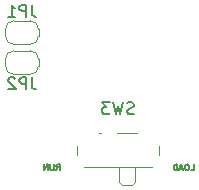
<source format=gbr>
%TF.GenerationSoftware,KiCad,Pcbnew,(5.1.7)-1*%
%TF.CreationDate,2020-10-27T00:37:30-04:00*%
%TF.ProjectId,esp8285bee,65737038-3238-4356-9265-652e6b696361,rev?*%
%TF.SameCoordinates,Original*%
%TF.FileFunction,Legend,Bot*%
%TF.FilePolarity,Positive*%
%FSLAX46Y46*%
G04 Gerber Fmt 4.6, Leading zero omitted, Abs format (unit mm)*
G04 Created by KiCad (PCBNEW (5.1.7)-1) date 2020-10-27 00:37:30*
%MOMM*%
%LPD*%
G01*
G04 APERTURE LIST*
%ADD10C,0.127000*%
%ADD11C,0.120000*%
%ADD12C,0.150000*%
G04 APERTURE END LIST*
D10*
X96386952Y-86589809D02*
X96556285Y-86347904D01*
X96677238Y-86589809D02*
X96677238Y-86081809D01*
X96483714Y-86081809D01*
X96435333Y-86106000D01*
X96411142Y-86130190D01*
X96386952Y-86178571D01*
X96386952Y-86251142D01*
X96411142Y-86299523D01*
X96435333Y-86323714D01*
X96483714Y-86347904D01*
X96677238Y-86347904D01*
X96169238Y-86081809D02*
X96169238Y-86493047D01*
X96145047Y-86541428D01*
X96120857Y-86565619D01*
X96072476Y-86589809D01*
X95975714Y-86589809D01*
X95927333Y-86565619D01*
X95903142Y-86541428D01*
X95878952Y-86493047D01*
X95878952Y-86081809D01*
X95637047Y-86589809D02*
X95637047Y-86081809D01*
X95346761Y-86589809D01*
X95346761Y-86081809D01*
X107768571Y-86589809D02*
X108010476Y-86589809D01*
X108010476Y-86081809D01*
X107502476Y-86081809D02*
X107405714Y-86081809D01*
X107357333Y-86106000D01*
X107308952Y-86154380D01*
X107284761Y-86251142D01*
X107284761Y-86420476D01*
X107308952Y-86517238D01*
X107357333Y-86565619D01*
X107405714Y-86589809D01*
X107502476Y-86589809D01*
X107550857Y-86565619D01*
X107599238Y-86517238D01*
X107623428Y-86420476D01*
X107623428Y-86251142D01*
X107599238Y-86154380D01*
X107550857Y-86106000D01*
X107502476Y-86081809D01*
X107091238Y-86444666D02*
X106849333Y-86444666D01*
X107139619Y-86589809D02*
X106970285Y-86081809D01*
X106800952Y-86589809D01*
X106631619Y-86589809D02*
X106631619Y-86081809D01*
X106510666Y-86081809D01*
X106438095Y-86106000D01*
X106389714Y-86154380D01*
X106365523Y-86202761D01*
X106341333Y-86299523D01*
X106341333Y-86372095D01*
X106365523Y-86468857D01*
X106389714Y-86517238D01*
X106438095Y-86565619D01*
X106510666Y-86589809D01*
X106631619Y-86589809D01*
D11*
%TO.C,JP1*%
X94872000Y-74630000D02*
G75*
G03*
X94172000Y-73930000I-700000J0D01*
G01*
X94172000Y-75930000D02*
G75*
G03*
X94872000Y-75230000I0J700000D01*
G01*
X92072000Y-75230000D02*
G75*
G03*
X92772000Y-75930000I700000J0D01*
G01*
X92772000Y-73930000D02*
G75*
G03*
X92072000Y-74630000I0J-700000D01*
G01*
X94872000Y-75230000D02*
X94872000Y-74630000D01*
X92772000Y-75930000D02*
X94172000Y-75930000D01*
X92072000Y-74630000D02*
X92072000Y-75230000D01*
X94172000Y-73930000D02*
X92772000Y-73930000D01*
%TO.C,JP2*%
X92772000Y-78470000D02*
X94172000Y-78470000D01*
X94872000Y-77770000D02*
X94872000Y-77170000D01*
X94172000Y-76470000D02*
X92772000Y-76470000D01*
X92072000Y-77170000D02*
X92072000Y-77770000D01*
X94172000Y-78470000D02*
G75*
G03*
X94872000Y-77770000I0J700000D01*
G01*
X94872000Y-77170000D02*
G75*
G03*
X94172000Y-76470000I-700000J0D01*
G01*
X92772000Y-76470000D02*
G75*
G03*
X92072000Y-77170000I0J-700000D01*
G01*
X92072000Y-77770000D02*
G75*
G03*
X92772000Y-78470000I700000J0D01*
G01*
%TO.C,SW3*%
X98150000Y-85302000D02*
X98150000Y-84512000D01*
X105050000Y-84512000D02*
X105050000Y-85302000D01*
X103200000Y-83462000D02*
X101500000Y-83462000D01*
X104450000Y-86312000D02*
X98750000Y-86312000D01*
X101700000Y-87602000D02*
X101700000Y-86312000D01*
X102800000Y-87812000D02*
X101900000Y-87812000D01*
X103000000Y-86312000D02*
X103000000Y-87602000D01*
X101700000Y-87602000D02*
X101900000Y-87812000D01*
X103000000Y-87602000D02*
X102800000Y-87812000D01*
X100200000Y-83462000D02*
X100000000Y-83462000D01*
%TO.C,JP1*%
D12*
X94305333Y-72582380D02*
X94305333Y-73296666D01*
X94352952Y-73439523D01*
X94448190Y-73534761D01*
X94591047Y-73582380D01*
X94686285Y-73582380D01*
X93829142Y-73582380D02*
X93829142Y-72582380D01*
X93448190Y-72582380D01*
X93352952Y-72630000D01*
X93305333Y-72677619D01*
X93257714Y-72772857D01*
X93257714Y-72915714D01*
X93305333Y-73010952D01*
X93352952Y-73058571D01*
X93448190Y-73106190D01*
X93829142Y-73106190D01*
X92305333Y-73582380D02*
X92876761Y-73582380D01*
X92591047Y-73582380D02*
X92591047Y-72582380D01*
X92686285Y-72725238D01*
X92781523Y-72820476D01*
X92876761Y-72868095D01*
%TO.C,JP2*%
X94305333Y-78722380D02*
X94305333Y-79436666D01*
X94352952Y-79579523D01*
X94448190Y-79674761D01*
X94591047Y-79722380D01*
X94686285Y-79722380D01*
X93829142Y-79722380D02*
X93829142Y-78722380D01*
X93448190Y-78722380D01*
X93352952Y-78770000D01*
X93305333Y-78817619D01*
X93257714Y-78912857D01*
X93257714Y-79055714D01*
X93305333Y-79150952D01*
X93352952Y-79198571D01*
X93448190Y-79246190D01*
X93829142Y-79246190D01*
X92876761Y-78817619D02*
X92829142Y-78770000D01*
X92733904Y-78722380D01*
X92495809Y-78722380D01*
X92400571Y-78770000D01*
X92352952Y-78817619D01*
X92305333Y-78912857D01*
X92305333Y-79008095D01*
X92352952Y-79150952D01*
X92924380Y-79722380D01*
X92305333Y-79722380D01*
%TO.C,SW3*%
X102933333Y-81786761D02*
X102790476Y-81834380D01*
X102552380Y-81834380D01*
X102457142Y-81786761D01*
X102409523Y-81739142D01*
X102361904Y-81643904D01*
X102361904Y-81548666D01*
X102409523Y-81453428D01*
X102457142Y-81405809D01*
X102552380Y-81358190D01*
X102742857Y-81310571D01*
X102838095Y-81262952D01*
X102885714Y-81215333D01*
X102933333Y-81120095D01*
X102933333Y-81024857D01*
X102885714Y-80929619D01*
X102838095Y-80882000D01*
X102742857Y-80834380D01*
X102504761Y-80834380D01*
X102361904Y-80882000D01*
X102028571Y-80834380D02*
X101790476Y-81834380D01*
X101600000Y-81120095D01*
X101409523Y-81834380D01*
X101171428Y-80834380D01*
X100885714Y-80834380D02*
X100266666Y-80834380D01*
X100600000Y-81215333D01*
X100457142Y-81215333D01*
X100361904Y-81262952D01*
X100314285Y-81310571D01*
X100266666Y-81405809D01*
X100266666Y-81643904D01*
X100314285Y-81739142D01*
X100361904Y-81786761D01*
X100457142Y-81834380D01*
X100742857Y-81834380D01*
X100838095Y-81786761D01*
X100885714Y-81739142D01*
%TD*%
M02*

</source>
